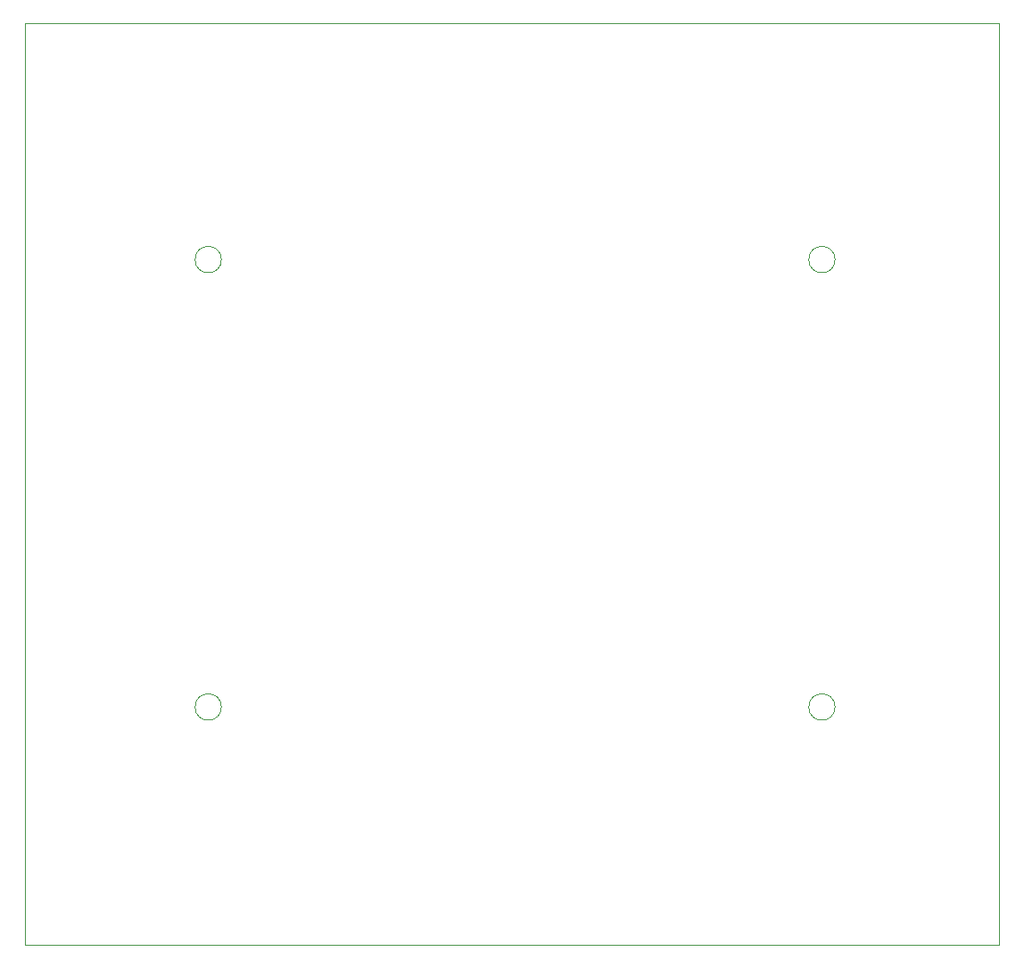
<source format=gbr>
%TF.GenerationSoftware,KiCad,Pcbnew,8.0.6*%
%TF.CreationDate,2025-02-16T20:54:21+01:00*%
%TF.ProjectId,TUSS4470_shield,54555353-3434-4373-905f-736869656c64,rev?*%
%TF.SameCoordinates,Original*%
%TF.FileFunction,Profile,NP*%
%FSLAX46Y46*%
G04 Gerber Fmt 4.6, Leading zero omitted, Abs format (unit mm)*
G04 Created by KiCad (PCBNEW 8.0.6) date 2025-02-16 20:54:21*
%MOMM*%
%LPD*%
G01*
G04 APERTURE LIST*
%TA.AperFunction,Profile*%
%ADD10C,0.100000*%
%TD*%
G04 APERTURE END LIST*
D10*
X171250000Y-46250000D02*
X263750000Y-46250000D01*
X263750000Y-133750000D01*
X171250000Y-133750000D01*
X171250000Y-46250000D01*
%TO.C,J1*%
X189902400Y-68699200D02*
G75*
G02*
X187402400Y-68699200I-1250000J0D01*
G01*
X187402400Y-68699200D02*
G75*
G02*
X189902400Y-68699200I1250000J0D01*
G01*
X189902400Y-111199200D02*
G75*
G02*
X187402400Y-111199200I-1250000J0D01*
G01*
X187402400Y-111199200D02*
G75*
G02*
X189902400Y-111199200I1250000J0D01*
G01*
X248152400Y-68699200D02*
G75*
G02*
X245652400Y-68699200I-1250000J0D01*
G01*
X245652400Y-68699200D02*
G75*
G02*
X248152400Y-68699200I1250000J0D01*
G01*
X248152400Y-111199200D02*
G75*
G02*
X245652400Y-111199200I-1250000J0D01*
G01*
X245652400Y-111199200D02*
G75*
G02*
X248152400Y-111199200I1250000J0D01*
G01*
%TD*%
M02*

</source>
